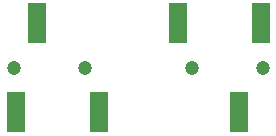
<source format=gbr>
%TF.GenerationSoftware,KiCad,Pcbnew,(6.0.1)*%
%TF.CreationDate,2022-01-21T14:23:51-05:00*%
%TF.ProjectId,midi-trs-a-b-conveter,6d696469-2d74-4727-932d-612d622d636f,rev?*%
%TF.SameCoordinates,Original*%
%TF.FileFunction,Soldermask,Top*%
%TF.FilePolarity,Negative*%
%FSLAX46Y46*%
G04 Gerber Fmt 4.6, Leading zero omitted, Abs format (unit mm)*
G04 Created by KiCad (PCBNEW (6.0.1)) date 2022-01-21 14:23:51*
%MOMM*%
%LPD*%
G01*
G04 APERTURE LIST*
%ADD10C,1.200000*%
%ADD11R,1.500000X3.500000*%
G04 APERTURE END LIST*
D10*
%TO.C,U2*%
X84850000Y-49000000D03*
D11*
X85050000Y-52750000D03*
X86850000Y-45250000D03*
X92050000Y-52750000D03*
D10*
X90850000Y-49000000D03*
%TD*%
%TO.C,U1*%
X105950000Y-49000000D03*
D11*
X105750000Y-45250000D03*
X103950000Y-52750000D03*
X98750000Y-45250000D03*
D10*
X99950000Y-49000000D03*
%TD*%
M02*

</source>
